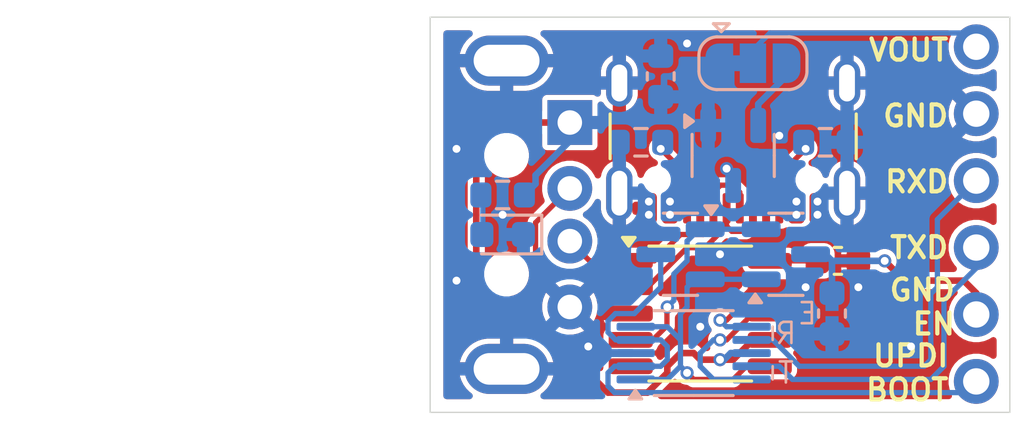
<source format=kicad_pcb>
(kicad_pcb (version 20241229) (generator "pcbnew") (generator_version "9.0")
  (layers (0 "F.Cu" signal) (2 "B.Cu" signal) (13 "F.Paste" user) (15 "B.Paste" user) (5 "F.SilkS" user "F.Silkscreen") (7 "B.SilkS" user "B.Silkscreen") (1 "F.Mask" user) (3 "B.Mask" user) (25 "Edge.Cuts" user))
  (net 0 "")
  (net 1 "GND")
  (net 2 "VCC")
  (net 3 "D+")
  (net 4 "D-")
  (net 5 "V3")
  (net 6 "GND|EN")
  (net 7 "Net-(D1-A)")
  (net 9 "Net-(J2-CC1)")
  (net 11 "Net-(J2-CC2)")
  (net 12 "TXD")
  (net 13 "UPDI|BOOT")
  (net 14 "RXD")
  (net 15 "VOUT")
  (net 16 "VREG")
  (net 17 "RTS#")
  (net 18 "DTR#")
  (net 20 "_RXD")
  (net 21 "_TXD")
  (footprint "Library:USB_A_PLUG_USB-4AM103AS" (layer "F.Cu") (at 100 100 -90)
    (property "Reference" "J1" (hide yes))
    (property "Value" "USB_A" (hide yes))
    (pad "" np_thru_hole circle (at -2.25 -2.9 270) (size 0.8 0.8) (drill 1.3) (layers "*.Cu" "*.Mask"))
    (pad "" np_thru_hole circle (at 2.25 -2.9 270) (size 0.8 0.8) (drill 1.3) (layers "*.Cu" "*.Mask"))
    (pad "1" thru_hole rect (at -3.5 -5.3 270) (size 1.7 1.7) (drill 0.93) (layers "*.Cu" "*.Mask") (net 2 "VCC"))
    (pad "2" thru_hole circle (at -1 -5.3 270) (size 1.7 1.7) (drill 0.93) (layers "*.Cu" "*.Mask") (net 4 "D-"))
    (pad "3" thru_hole circle (at 1 -5.3 270) (size 1.7 1.7) (drill 0.93) (layers "*.Cu" "*.Mask") (net 3 "D+"))
    (pad "4" thru_hole circle (at 3.5 -5.3 270) (size 1.7 1.7) (drill 0.93) (layers "*.Cu" "*.Mask") (net 1 "GND"))
    (pad "5" thru_hole oval (at -5.85 -2.9 270) (size 1.9 3.2) (drill oval 1.2 2.5) (layers "*.Cu" "*.Mask") (net 1 "GND"))
    (pad "5" thru_hole oval (at 5.85 -2.9 270) (size 1.9 3.2) (drill oval 1.2 2.5) (layers "*.Cu" "*.Mask") (net 1 "GND"))
  )
  (footprint "Capacitor_SMD:C_0603_1608Metric" (layer "F.Cu") (at 115.475 101.75)
    (property "Reference" "C2" (hide yes))
    (property "Value" "0u1" (hide yes))
    (fp_line (start -0.14058 -0.51) (end 0.14058 -0.51) (stroke (width 0.12)) (layer "F.SilkS"))
    (fp_line (start -0.14058 0.51) (end 0.14058 0.51) (stroke (width 0.12)) (layer "F.SilkS"))
    (pad "1" smd roundrect (at -0.775 0) (size 0.9 0.95) (layers "F.Cu" "F.Mask" "F.Paste") (net 5 "V3"))
    (pad "2" smd roundrect (at 0.775 0) (size 0.9 0.95) (layers "F.Cu" "F.Mask" "F.Paste") (net 1 "GND"))
  )
  (footprint "Package_SO:SSOP-10-1EP_3.9x4.9mm_P1mm_EP2.1x3.3mm" (layer "F.Cu") (at 110.25 103.75)
    (property "Reference" "U1" (hide yes))
    (property "Value" "CH340K" (hide yes))
    (fp_line (start 0 -2.56) (end -1.95 -2.56) (stroke (width 0.12)) (layer "F.SilkS"))
    (fp_line (start 0 -2.56) (end 1.95 -2.56) (stroke (width 0.12)) (layer "F.SilkS"))
    (fp_line (start 0 2.56) (end -1.95 2.56) (stroke (width 0.12)) (layer "F.SilkS"))
    (fp_line (start 0 2.56) (end 1.95 2.56) (stroke (width 0.12)) (layer "F.SilkS"))
    (fp_poly (pts (xy -2.7125 -2.56) (xy -2.9525 -2.89) (xy -2.4725 -2.89)) (stroke (width 0.12)) (fill yes) (layer "F.SilkS"))
    (pad "1" smd roundrect (at -2.6375 -2) (size 1.675 0.6) (layers "F.Cu" "F.Mask" "F.Paste") (net 3 "D+"))
    (pad "2" smd roundrect (at -2.6375 -1) (size 1.675 0.6) (layers "F.Cu" "F.Mask" "F.Paste") (net 4 "D-"))
    (pad "3" smd roundrect (at -2.6375 0) (size 1.675 0.6) (layers "F.Cu" "F.Mask" "F.Paste") (net 1 "GND"))
    (pad "4" smd roundrect (at -2.6375 1) (size 1.675 0.6) (layers "F.Cu" "F.Mask" "F.Paste") (net 18 "DTR#"))
    (pad "5" smd roundrect (at -2.6375 2) (size 1.675 0.6) (layers "F.Cu" "F.Mask" "F.Paste"))
    (pad "6" smd roundrect (at 2.6375 2) (size 1.675 0.6) (layers "F.Cu" "F.Mask" "F.Paste") (net 17 "RTS#"))
    (pad "7" smd roundrect (at 2.6375 1) (size 1.675 0.6) (layers "F.Cu" "F.Mask" "F.Paste") (net 2 "VCC"))
    (pad "8" smd roundrect (at 2.6375 0) (size 1.675 0.6) (layers "F.Cu" "F.Mask" "F.Paste") (net 21 "_TXD"))
    (pad "9" smd roundrect (at 2.6375 -1) (size 1.675 0.6) (layers "F.Cu" "F.Mask" "F.Paste") (net 20 "_RXD"))
    (pad "10" smd roundrect (at 2.6375 -2) (size 1.675 0.6) (layers "F.Cu" "F.Mask" "F.Paste") (net 5 "V3"))
  )
  (footprint "Connector_PinSocket_2.54mm:PinSocket_1x06_P2.54mm_Vertical" (layer "F.Cu") (at 120.725 106.325 180)
    (property "Reference" "J3" (hide yes))
    (property "Value" "OUT" (hide yes))
    (pad "1" thru_hole circle (at 0 0 180) (size 1.7 1.7) (drill 1) (layers "*.Cu" "*.Mask") (net 13 "UPDI|BOOT"))
    (pad "2" thru_hole circle (at 0 2.54 180) (size 1.7 1.7) (drill 1) (layers "*.Cu" "*.Mask") (net 6 "GND|EN"))
    (pad "3" thru_hole circle (at 0 5.08 180) (size 1.7 1.7) (drill 1) (layers "*.Cu" "*.Mask") (net 12 "TXD"))
    (pad "4" thru_hole circle (at 0 7.62 180) (size 1.7 1.7) (drill 1) (layers "*.Cu" "*.Mask") (net 14 "RXD"))
    (pad "5" thru_hole circle (at 0 10.16 180) (size 1.7 1.7) (drill 1) (layers "*.Cu" "*.Mask") (net 1 "GND"))
    (pad "6" thru_hole circle (at 0 12.7 180) (size 1.7 1.7) (drill 1) (layers "*.Cu" "*.Mask") (net 15 "VOUT"))
  )
  (footprint "Connector_USB:USB_C_Receptacle_GCT_USB4105-xx-A_16P_TopMnt_Horizontal" (layer "F.Cu") (at 111.5 96.075 180)
    (property "Reference" "J2" (hide yes))
    (property "Value" "USB_C_Receptacle_USB2.0_16P" (hide yes))
    (fp_line (start 4.67 -0.1) (end 4.67 -1.8) (stroke (width 0.12)) (layer "F.SilkS"))
    (fp_line (start -4.67 -0.1) (end -4.67 -1.8) (stroke (width 0.12)) (layer "F.SilkS"))
    (pad "" np_thru_hole circle (at -2.89 -2.605 180) (size 0.65 0.65) (drill 0.65) (layers "*.Cu" "*.Mask"))
    (pad "" np_thru_hole circle (at 2.89 -2.605 180) (size 0.65 0.65) (drill 0.65) (layers "*.Cu" "*.Mask"))
    (pad "A1" smd roundrect (at -3.2 -3.68 180) (size 0.6 1.15) (layers "F.Cu" "F.Mask" "F.Paste") (net 1 "GND"))
    (pad "A4" smd roundrect (at -2.4 -3.68 180) (size 0.6 1.15) (layers "F.Cu" "F.Mask" "F.Paste") (net 2 "VCC"))
    (pad "A5" smd roundrect (at -1.25 -3.68 180) (size 0.3 1.15) (layers "F.Cu" "F.Mask" "F.Paste") (net 9 "Net-(J2-CC1)"))
    (pad "A6" smd roundrect (at -0.25 -3.68 180) (size 0.3 1.15) (layers "F.Cu" "F.Mask" "F.Paste") (net 3 "D+"))
    (pad "A7" smd roundrect (at 0.25 -3.68 180) (size 0.3 1.15) (layers "F.Cu" "F.Mask" "F.Paste") (net 4 "D-"))
    (pad "A8" smd roundrect (at 1.25 -3.68 180) (size 0.3 1.15) (layers "F.Cu" "F.Mask" "F.Paste"))
    (pad "A9" smd roundrect (at 2.4 -3.68 180) (size 0.6 1.15) (layers "F.Cu" "F.Mask" "F.Paste") (net 2 "VCC"))
    (pad "A12" smd roundrect (at 3.2 -3.68 180) (size 0.6 1.15) (layers "F.Cu" "F.Mask" "F.Paste") (net 1 "GND"))
    (pad "B1" smd roundrect (at 3.2 -3.68 180) (size 0.6 1.15) (layers "F.Cu" "F.Mask" "F.Paste") (net 1 "GND"))
    (pad "B4" smd roundrect (at 2.4 -3.68 180) (size 0.6 1.15) (layers "F.Cu" "F.Mask" "F.Paste") (net 2 "VCC"))
    (pad "B5" smd roundrect (at 1.75 -3.68 180) (size 0.3 1.15) (layers "F.Cu" "F.Mask" "F.Paste") (net 11 "Net-(J2-CC2)"))
    (pad "B6" smd roundrect (at 0.75 -3.68 180) (size 0.3 1.15) (layers "F.Cu" "F.Mask" "F.Paste") (net 3 "D+"))
    (pad "B7" smd roundrect (at -0.75 -3.68 180) (size 0.3 1.15) (layers "F.Cu" "F.Mask" "F.Paste") (net 4 "D-"))
    (pad "B8" smd roundrect (at -1.75 -3.68 180) (size 0.3 1.15) (layers "F.Cu" "F.Mask" "F.Paste"))
    (pad "B9" smd roundrect (at -2.4 -3.68 180) (size 0.6 1.15) (layers "F.Cu" "F.Mask" "F.Paste") (net 2 "VCC"))
    (pad "B12" smd roundrect (at -3.2 -3.68 180) (size 0.6 1.15) (layers "F.Cu" "F.Mask" "F.Paste") (net 1 "GND"))
    (pad "S1" thru_hole oval (at -4.32 -3.105 180) (size 1 2.1) (drill oval 0.6 1.7) (property pad_prop_heatsink) (layers "*.Cu" "*.Mask" "F.Paste") (net 1 "GND"))
    (pad "S1" thru_hole oval (at -4.32 1.075 180) (size 1 1.8) (drill oval 0.6 1.4) (property pad_prop_heatsink) (layers "*.Cu" "*.Mask" "F.Paste") (net 1 "GND"))
    (pad "S1" thru_hole oval (at 4.32 -3.105 180) (size 1 2.1) (drill oval 0.6 1.7) (property pad_prop_heatsink) (layers "*.Cu" "*.Mask" "F.Paste") (net 1 "GND"))
    (pad "S1" thru_hole oval (at 4.32 1.075 180) (size 1 1.8) (drill oval 0.6 1.4) (property pad_prop_heatsink) (layers "*.Cu" "*.Mask" "F.Paste") (net 1 "GND"))
  )
  (footprint "Jumper:SolderJumper-3_P1.3mm_Bridged12_RoundedPad1.0x1.5mm" (layer "B.Cu") (at 112.25 94.25)
    (property "Reference" "JP3" (hide yes))
    (property "Value" "VOUT" (hide yes))
    (fp_poly (pts (xy -0.9 0.3) (xy -0.4 0.3) (xy -0.4 -0.3) (xy -0.9 -0.3)) (fill yes) (layer "B.Cu"))
    (fp_line (start -2.05 -0.3) (end -2.05 0.3) (stroke (width 0.12)) (layer "B.SilkS"))
    (fp_line (start -1.5 -1.5) (end -0.9 -1.5) (stroke (width 0.12)) (layer "B.SilkS"))
    (fp_line (start -1.4 1) (end 1.4 1) (stroke (width 0.12)) (layer "B.SilkS"))
    (fp_line (start -1.2 -1.2) (end -1.5 -1.5) (stroke (width 0.12)) (layer "B.SilkS"))
    (fp_line (start -1.2 -1.2) (end -0.9 -1.5) (stroke (width 0.12)) (layer "B.SilkS"))
    (fp_line (start 1.4 -1) (end -1.4 -1) (stroke (width 0.12)) (layer "B.SilkS"))
    (fp_line (start 2.05 0.3) (end 2.05 -0.3) (stroke (width 0.12)) (layer "B.SilkS"))
    (fp_arc (start -2.05 -0.3) (mid -1.844975 -0.794975) (end -1.35 -1) (stroke (width 0.12)) (layer "B.SilkS"))
    (fp_arc (start -1.35 1) (mid -1.844975 0.794975) (end -2.05 0.3) (stroke (width 0.12)) (layer "B.SilkS"))
    (fp_arc (start 1.35 -1) (mid 1.844975 -0.794975) (end 2.05 -0.3) (stroke (width 0.12)) (layer "B.SilkS"))
    (fp_arc (start 2.05 0.3) (mid 1.844975 0.794975) (end 1.35 1) (stroke (width 0.12)) (layer "B.SilkS"))
    (pad "1" smd custom (at -1.3 0) (size 1 0.5) (layers "B.Cu" "B.Mask") (net 2 "VCC") (options (clearance outline) (anchor rect)) (primitives (gr_circle (center 0 -0.25) (end 0.5 -0.25) (width 0) (fill yes)) (gr_circle (center 0 0.25) (end 0.5 0.25) (width 0) (fill yes)) (gr_poly (pts (xy 0.55 -0.75) (xy 0 -0.75) (xy 0 0.75) (xy 0.55 0.75)) (width 0) (fill yes))))
    (pad "2" smd rect (at 0 0) (size 1 1.5) (layers "B.Cu" "B.Mask") (net 15 "VOUT"))
    (pad "3" smd custom (at 1.3 0) (size 1 0.5) (layers "B.Cu" "B.Mask") (net 16 "VREG") (options (clearance outline) (anchor rect)) (primitives (gr_circle (center 0 -0.25) (end 0.5 -0.25) (width 0) (fill yes)) (gr_circle (center 0 0.25) (end 0.5 0.25) (width 0) (fill yes)) (gr_poly (pts (xy 0 -0.75) (xy -0.55 -0.75) (xy -0.55 0.75) (xy 0 0.75)) (width 0) (fill yes))))
  )
  (footprint "LED_SMD:LED_0603_1608Metric" (layer "B.Cu") (at 102.75 100.75 180)
    (property "Reference" "D1" (hide yes))
    (property "Value" "POWER" (hide yes))
    (fp_line (start 0.8 0.735) (end -1.485 0.735) (stroke (width 0.12)) (layer "B.SilkS"))
    (fp_line (start -1.485 0.735) (end -1.485 -0.735) (stroke (width 0.12)) (layer "B.SilkS"))
    (fp_line (start -1.485 -0.735) (end 0.8 -0.735) (stroke (width 0.12)) (layer "B.SilkS"))
    (pad "1" smd roundrect (at -0.7875 0 180) (size 0.875 0.95) (layers "B.Cu" "B.Mask" "B.Paste") (net 1 "GND"))
    (pad "2" smd roundrect (at 0.7875 0 180) (size 0.875 0.95) (layers "B.Cu" "B.Mask" "B.Paste") (net 7 "Net-(D1-A)"))
  )
  (footprint "Capacitor_SMD:C_0603_1608Metric" (layer "B.Cu") (at 115.25 103.75 -90)
    (property "Reference" "C3" (hide yes))
    (property "Value" "0u1_short" (hide yes))
    (fp_rect (start -0.35 0.25) (end -0.1 -0.25) (fill yes) (layer "B.Cu"))
    (fp_rect (start 0.1 0.25) (end 0.354351 -0.25) (fill yes) (layer "B.Cu"))
    (fp_line (start -0.14058 0.51) (end 0.14058 0.51) (stroke (width 0.12)) (layer "B.SilkS"))
    (fp_line (start -0.14058 -0.51) (end 0.14058 -0.51) (stroke (width 0.12)) (layer "B.SilkS"))
    (fp_text user "E" (at 0 0.51 0) (layer "B.SilkS") (effects (font (size 0.8 0.8) (thickness 0.1)) (justify left mirror)))
    (pad "1" smd roundrect (at -0.775 0 270) (size 0.9 0.95) (layers "B.Cu" "B.Mask" "B.Paste") (net 6 "GND|EN"))
    (pad "2" smd roundrect (at 0.775 0 270) (size 0.9 0.95) (layers "B.Cu" "B.Mask" "B.Paste") (net 1 "GND"))
  )
  (footprint "Package_TO_SOT_SMD:SOT-23" (layer "B.Cu") (at 113.5 101.5)
    (property "Reference" "Q1" (hide yes))
    (property "Value" "BSS138" (hide yes))
    (fp_line (start 0 -1.56) (end -0.65 -1.56) (stroke (width 0.12)) (layer "B.SilkS"))
    (fp_line (start 0 -1.56) (end 0.65 -1.56) (stroke (width 0.12)) (layer "B.SilkS"))
    (fp_line (start 0 1.56) (end -0.65 1.56) (stroke (width 0.12)) (layer "B.SilkS"))
    (fp_line (start 0 1.56) (end 0.65 1.56) (stroke (width 0.12)) (layer "B.SilkS"))
    (fp_poly (pts (xy -1.1625 1.51) (xy -1.4025 1.84) (xy -0.9225 1.84)) (stroke (width 0.12)) (fill yes) (layer "B.SilkS"))
    (pad "1" smd roundrect (at -0.9375 0.95) (size 1.475 0.6) (layers "B.Cu" "B.Mask" "B.Paste") (net 17 "RTS#"))
    (pad "2" smd roundrect (at -0.9375 -0.95) (size 1.475 0.6) (layers "B.Cu" "B.Mask" "B.Paste") (net 18 "DTR#"))
    (pad "3" smd roundrect (at 0.9375 0) (size 1.475 0.6) (layers "B.Cu" "B.Mask" "B.Paste") (net 6 "GND|EN"))
  )
  (footprint "Resistor_SMD:R_0603_1608Metric" (layer "B.Cu") (at 115 97.25)
    (property "Reference" "R1" (hide yes))
    (property "Value" "5k1" (hide yes))
    (fp_line (start -0.237258 -0.5225) (end 0.237258 -0.5225) (stroke (width 0.12)) (layer "B.SilkS"))
    (fp_line (start -0.237258 0.5225) (end 0.237258 0.5225) (stroke (width 0.12)) (layer "B.SilkS"))
    (pad "1" smd roundrect (at -0.825 0) (size 0.8 0.95) (layers "B.Cu" "B.Mask" "B.Paste") (net 9 "Net-(J2-CC1)"))
    (pad "2" smd roundrect (at 0.825 0) (size 0.8 0.95) (layers "B.Cu" "B.Mask" "B.Paste") (net 1 "GND"))
  )
  (footprint "Package_TO_SOT_SMD:SOT-23" (layer "B.Cu") (at 109.5 101.5 180)
    (property "Reference" "Q2" (hide yes))
    (property "Value" "BSS138" (hide yes))
    (fp_line (start 0 1.56) (end 0.65 1.56) (stroke (width 0.12)) (layer "B.SilkS"))
    (fp_line (start 0 1.56) (end -0.65 1.56) (stroke (width 0.12)) (layer "B.SilkS"))
    (fp_line (start 0 -1.56) (end 0.65 -1.56) (stroke (width 0.12)) (layer "B.SilkS"))
    (fp_line (start 0 -1.56) (end -0.65 -1.56) (stroke (width 0.12)) (layer "B.SilkS"))
    (fp_poly (pts (xy -1.1625 1.51) (xy -1.4025 1.84) (xy -0.9225 1.84)) (stroke (width 0.12)) (fill yes) (layer "B.SilkS"))
    (pad "1" smd roundrect (at -0.9375 0.95 180) (size 1.475 0.6) (layers "B.Cu" "B.Mask" "B.Paste") (net 18 "DTR#"))
    (pad "2" smd roundrect (at -0.9375 -0.95 180) (size 1.475 0.6) (layers "B.Cu" "B.Mask" "B.Paste") (net 17 "RTS#"))
    (pad "3" smd roundrect (at 0.9375 0 180) (size 1.475 0.6) (layers "B.Cu" "B.Mask" "B.Paste") (net 13 "UPDI|BOOT"))
  )
  (footprint "Package_SO:VSSOP-10_3x3mm_P0.5mm" (layer "B.Cu") (at 110 105.25)
    (property "Reference" "U2" (hide yes))
    (property "Value" "TS5A23159DGS" (hide yes))
    (fp_line (start 0 -1.61) (end -1.5 -1.61) (stroke (width 0.12)) (layer "B.SilkS"))
    (fp_line (start 0 -1.61) (end 1.5 -1.61) (stroke (width 0.12)) (layer "B.SilkS"))
    (fp_line (start 0 1.61) (end -1.5 1.61) (stroke (width 0.12)) (layer "B.SilkS"))
    (fp_line (start 0 1.61) (end 1.5 1.61) (stroke (width 0.12)) (layer "B.SilkS"))
    (fp_line (start 3 -0.5) (end 3 -1) (stroke (width 0.1)) (layer "B.SilkS"))
    (fp_line (start 3 1) (end 3 0.5) (stroke (width 0.1)) (layer "B.SilkS"))
    (fp_poly (pts (xy -2.2125 1.41) (xy -2.4525 1.74) (xy -1.9725 1.74)) (stroke (width 0.12)) (fill yes) (layer "B.SilkS"))
    (fp_text user "T" (at 3.5 0.75 0) (layer "B.SilkS") (effects (font (size 0.8 0.8) (thickness 0.1)) (justify mirror)))
    (fp_text user "R" (at 3.5 -0.75 0) (layer "B.SilkS") (effects (font (size 0.8 0.8) (thickness 0.1)) (justify mirror)))
    (pad "1" smd roundrect (at -2.2 1) (size 1.45 0.3) (layers "B.Cu" "B.Mask" "B.Paste") (net 17 "RTS#"))
    (pad "2" smd roundrect (at -2.2 0.5) (size 1.45 0.3) (layers "B.Cu" "B.Mask" "B.Paste") (net 13 "UPDI|BOOT"))
    (pad "3" smd roundrect (at -2.2 0) (size 1.45 0.3) (layers "B.Cu" "B.Mask" "B.Paste") (net 1 "GND"))
    (pad "4" smd roundrect (at -2.2 -0.5) (size 1.45 0.3) (layers "B.Cu" "B.Mask" "B.Paste") (net 13 "UPDI|BOOT"))
    (pad "5" smd roundrect (at -2.2 -1) (size 1.45 0.3) (layers "B.Cu" "B.Mask" "B.Paste") (net 17 "RTS#"))
    (pad "6" smd roundrect (at 2.2 -1) (size 1.45 0.3) (layers "B.Cu" "B.Mask" "B.Paste") (net 20 "_RXD"))
    (pad "7" smd roundrect (at 2.2 -0.5) (size 1.45 0.3) (layers "B.Cu" "B.Mask" "B.Paste") (net 14 "RXD"))
    (pad "8" smd roundrect (at 2.2 0) (size 1.45 0.3) (layers "B.Cu" "B.Mask" "B.Paste") (net 2 "VCC"))
    (pad "9" smd roundrect (at 2.2 0.5) (size 1.45 0.3) (layers "B.Cu" "B.Mask" "B.Paste") (net 12 "TXD"))
    (pad "10" smd roundrect (at 2.2 1) (size 1.45 0.3) (layers "B.Cu" "B.Mask" "B.Paste") (net 21 "_TXD"))
  )
  (footprint "Resistor_SMD:R_0603_1608Metric" (layer "B.Cu") (at 102.75 99.25 180)
    (property "Reference" "R3" (hide yes))
    (property "Value" "10k" (hide yes))
    (fp_line (start -0.237258 0.5225) (end 0.237258 0.5225) (stroke (width 0.12)) (layer "B.SilkS"))
    (fp_line (start -0.237258 -0.5225) (end 0.237258 -0.5225) (stroke (width 0.12)) (layer "B.SilkS"))
    (pad "1" smd roundrect (at -0.825 0 180) (size 0.8 0.95) (layers "B.Cu" "B.Mask" "B.Paste") (net 2 "VCC"))
    (pad "2" smd roundrect (at 0.825 0 180) (size 0.8 0.95) (layers "B.Cu" "B.Mask" "B.Paste") (net 7 "Net-(D1-A)"))
  )
  (footprint "Capacitor_SMD:C_0603_1608Metric" (layer "B.Cu") (at 108.75 94.75 90)
    (property "Reference" "C1" (hide yes))
    (property "Value" "0u1" (hide yes))
    (fp_line (start -0.14058 -0.51) (end 0.14058 -0.51) (stroke (width 0.12)) (layer "B.SilkS"))
    (fp_line (start -0.14058 0.51) (end 0.14058 0.51) (stroke (width 0.12)) (layer "B.SilkS"))
    (pad "1" smd roundrect (at -0.775 0 90) (size 0.9 0.95) (layers "B.Cu" "B.Mask" "B.Paste") (net 2 "VCC"))
    (pad "2" smd roundrect (at 0.775 0 90) (size 0.9 0.95) (layers "B.Cu" "B.Mask" "B.Paste") (net 1 "GND"))
  )
  (footprint "Resistor_SMD:R_0603_1608Metric" (layer "B.Cu") (at 108 97.25 180)
    (property "Reference" "R2" (hide yes))
    (property "Value" "5k1" (hide yes))
    (fp_line (start -0.237258 0.5225) (end 0.237258 0.5225) (stroke (width 0.12)) (layer "B.SilkS"))
    (fp_line (start -0.237258 -0.5225) (end 0.237258 -0.5225) (stroke (width 0.12)) (layer "B.SilkS"))
    (pad "1" smd roundrect (at -0.825 0 180) (size 0.8 0.95) (layers "B.Cu" "B.Mask" "B.Paste") (net 11 "Net-(J2-CC2)"))
    (pad "2" smd roundrect (at 0.825 0 180) (size 0.8 0.95) (layers "B.Cu" "B.Mask" "B.Paste") (net 1 "GND"))
  )
  (footprint "LOGO" (layer "B.Cu") (at 118.25 96 -90)
    (property "Reference" "G***" (hide yes))
    (property "Value" "LOGO" (hide yes))
  )
  (footprint "Package_TO_SOT_SMD:SOT-23-3" (layer "B.Cu") (at 111.5 97.75 -90)
    (property "Reference" "U3" (hide yes))
    (property "Value" "AP7333" (hide yes))
    (fp_line (start 0 1.56) (end -0.8 1.56) (stroke (width 0.12)) (layer "B.SilkS"))
    (fp_line (start 0 1.56) (end 0.8 1.56) (stroke (width 0.12)) (layer "B.SilkS"))
    (fp_line (start 0 -1.56) (end -0.8 -1.56) (stroke (width 0.12)) (layer "B.SilkS"))
    (fp_line (start 0 -1.56) (end 0.8 -1.56) (stroke (width 0.12)) (layer "B.SilkS"))
    (fp_poly (pts (xy -1.3 1.51) (xy -1.54 1.84) (xy -1.06 1.84)) (stroke (width 0.12)) (fill yes) (layer "B.SilkS"))
    (pad "1" smd roundrect (at -1.1375 0.95 270) (size 1.325 0.6) (layers "B.Cu" "B.Mask" "B.Paste") (net 2 "VCC"))
    (pad "2" smd roundrect (at -1.1375 -0.95 270) (size 1.325 0.6) (layers "B.Cu" "B.Mask" "B.Paste") (net 16 "VREG"))
    (pad "3" smd roundrect (at 1.1375 0 270) (size 1.325 0.6) (layers "B.Cu" "B.Mask" "B.Paste") (net 1 "GND"))
  )
  (gr_line (start 122 92.5) (end 122 107.5) (stroke (width 0.05)) (layer "Edge.Cuts"))
  (gr_line (start 100 107.5) (end 122 107.5) (stroke (width 0.05)) (layer "Edge.Cuts"))
  (gr_line (start 100 92.5) (end 100 107.5) (stroke (width 0.05)) (layer "Edge.Cuts"))
  (gr_line (start 100 92.5) (end 122 92.5) (stroke (width 0.05)) (layer "Edge.Cuts"))
  (gr_text "GND" (at 119.75 96.25 0) (layer "F.SilkS") (effects (font (size 0.8 0.8) (thickness 0.16) (bold yes)) (justify right)))
  (gr_text "UPDI\nBOOT" (at 119.75 106 0) (layer "F.SilkS") (effects (font (size 0.8 0.8) (thickness 0.16) (bold yes)) (justify right)))
  (gr_text "VOUT" (at 119.75 93.75 0) (layer "F.SilkS") (effects (font (size 0.8 0.8) (thickness 0.16) (bold yes)) (justify right)))
  (gr_text "TXD" (at 119.75 101.25 0) (layer "F.SilkS") (effects (font (size 0.8 0.8) (thickness 0.16) (bold yes)) (justify right)))
  (gr_text "GND\nEN" (at 120 103.5 0) (layer "F.SilkS") (effects (font (size 0.8 0.8) (thickness 0.16) (bold yes)) (justify right)))
  (gr_text "RXD" (at 119.75 98.75 0) (layer "F.SilkS") (effects (font (size 0.8 0.8) (thickness 0.16) (bold yes)) (justify right)))
  (via (at 116.25 102.75) (size 0.5) (drill 0.3) (layers "F.Cu" "B.Cu") (net 1))
  (via (at 108.3 99.5) (size 0.5) (drill 0.3) (layers "F.Cu" "B.Cu") (net 1))
  (via (at 114.25 102.75) (size 0.5) (drill 0.3) (layers "F.Cu" "B.Cu") (net 1))
  (via (at 102.75 100) (size 0.5) (drill 0.3) (layers "F.Cu" "B.Cu") (net 1))
  (via (at 101 97.5) (size 0.5) (drill 0.3) (layers "F.Cu" "B.Cu") (net 1))
  (via (at 109.75 93.5) (size 0.5) (drill 0.3) (layers "F.Cu" "B.Cu") (net 1))
  (via (at 111.25 98.25) (size 0.5) (drill 0.3) (layers "F.Cu" "B.Cu") (net 1))
  (via (at 118.25 105) (size 0.5) (drill 0.3) (layers "F.Cu" "B.Cu") (net 1))
  (via (at 110.25 104.25) (size 0.5) (drill 0.3) (layers "F.Cu" "B.Cu") (net 1))
  (via (at 108.3 100) (size 0.5) (drill 0.3) (layers "F.Cu" "B.Cu") (net 1))
  (via (at 111 101.5) (size 0.5) (drill 0.3) (layers "F.Cu" "B.Cu") (net 1))
  (via (at 106 105) (size 0.5) (drill 0.3) (layers "F.Cu" "B.Cu") (net 1))
  (via (at 101 102.5) (size 0.5) (drill 0.3) (layers "F.Cu" "B.Cu") (net 1))
  (via (at 114.7 100) (size 0.5) (drill 0.3) (layers "F.Cu" "B.Cu") (net 1))
  (via (at 113.25 97) (size 0.5) (drill 0.3) (layers "F.Cu" "B.Cu") (net 1))
  (via (at 114.7 99.5) (size 0.5) (drill 0.3) (layers "F.Cu" "B.Cu") (net 1))
  (segment (start 110.25 105.5) (end 111 105.5) (width 0.25) (layer "F.Cu") (net 2))
  (segment (start 109.5 105.25) (end 110 105.25) (width 0.25) (layer "F.Cu") (net 2))
  (segment (start 111 105.5) (end 111.5 105.5) (width 0.25) (layer "F.Cu") (net 2))
  (segment (start 111.5 105.5) (end 112.25 104.75) (width 0.25) (layer "F.Cu") (net 2))
  (segment (start 109 105.75) (end 109.5 105.25) (width 0.25) (layer "F.Cu") (net 2))
  (segment (start 105.3 96.5) (end 102.75 96.5) (width 0.25) (layer "F.Cu") (net 2))
  (segment (start 106.75 106.75) (end 108.25 106.75) (width 0.25) (layer "F.Cu") (net 2))
  (segment (start 110 105.25) (end 110.25 105.5) (width 0.25) (layer "F.Cu") (net 2))
  (segment (start 108.25 106.75) (end 109 106) (width 0.25) (layer "F.Cu") (net 2))
  (segment (start 104.5 104.5) (end 106.75 106.75) (width 0.25) (layer "F.Cu") (net 2))
  (segment (start 112.25 104.75) (end 112.8875 104.75) (width 0.25) (layer "F.Cu") (net 2))
  (segment (start 102.75 96.5) (end 101.75 97.5) (width 0.25) (layer "F.Cu") (net 2))
  (segment (start 101.75 97.5) (end 101.75 102.5) (width 0.25) (layer "F.Cu") (net 2))
  (segment (start 109 106) (end 109 105.75) (width 0.25) (layer "F.Cu") (net 2))
  (segment (start 101.75 102.5) (end 103.75 104.5) (width 0.25) (layer "F.Cu") (net 2))
  (segment (start 103.75 104.5) (end 104.5 104.5) (width 0.25) (layer "F.Cu") (net 2))
  (via (at 111 105.5) (size 0.5) (drill 0.3) (layers "F.Cu" "B.Cu") (net 2))
  (via (at 113.9 99.5) (size 0.5) (drill 0.3) (layers "F.Cu" "B.Cu") (net 2))
  (via (at 109.1 100) (size 0.5) (drill 0.3) (layers "F.Cu" "B.Cu") (net 2))
  (via (at 113.9 100) (size 0.5) (drill 0.3) (layers "F.Cu" "B.Cu") (net 2))
  (via (at 109.1 99.5) (size 0.5) (drill 0.3) (layers "F.Cu" "B.Cu") (net 2))
  (segment (start 111.157294 105.5) (end 111.407294 105.25) (width 0.25) (layer "B.Cu") (net 2))
  (segment (start 111.407294 105.25) (end 112.2 105.25) (width 0.25) (layer "B.Cu") (net 2))
  (segment (start 105.3 96.5) (end 105.3 97.2) (width 0.25) (layer "B.Cu") (net 2))
  (segment (start 104 98.825) (end 103.575 99.25) (width 0.25) (layer "B.Cu") (net 2))
  (segment (start 104 98.5) (end 104 98.825) (width 0.25) (layer "B.Cu") (net 2))
  (segment (start 105.3 97.2) (end 104 98.5) (width 0.25) (layer "B.Cu") (net 2))
  (segment (start 111 105.5) (end 111.157294 105.5) (width 0.25) (layer "B.Cu") (net 2))
  (segment (start 111.017176 98.879) (end 111.482824 98.879) (width 0.2) (layer "F.Cu") (net 3))
  (segment (start 110.701 99.755) (end 110.75 99.755) (width 0.2) (layer "F.Cu") (net 3))
  (segment (start 107.6125 101.75) (end 108.5 101.75) (width 0.2) (layer "F.Cu") (net 3))
  (segment (start 106.05 101.75) (end 107.6125 101.75) (width 0.2) (layer "F.Cu") (net 3))
  (segment (start 110.75 99.755) (end 110.75 99.146176) (width 0.2) (layer "F.Cu") (net 3))
  (segment (start 111.75 99.146176) (end 111.75 99.755) (width 0.2) (layer "F.Cu") (net 3))
  (segment (start 110.363824 100.75) (end 110.701 100.412824) (width 0.2) (layer "F.Cu") (net 3))
  (segment (start 110.701 100.412824) (end 110.701 99.755) (width 0.2) (layer "F.Cu") (net 3))
  (segment (start 111.482824 98.879) (end 111.75 99.146176) (width 0.2) (layer "F.Cu") (net 3))
  (segment (start 108.5 101.75) (end 109.5 100.75) (width 0.2) (layer "F.Cu") (net 3))
  (segment (start 105.3 101) (end 106.05 101.75) (width 0.2) (layer "F.Cu") (net 3))
  (segment (start 109.5 100.75) (end 110.363824 100.75) (width 0.2) (layer "F.Cu") (net 3))
  (segment (start 110.75 99.146176) (end 111.017176 98.879) (width 0.2) (layer "F.Cu") (net 3))
  (segment (start 104 100.3) (end 105.3 99) (width 0.2) (layer "F.Cu") (net 4))
  (segment (start 107 102.75) (end 106.5 102.25) (width 0.2) (layer "F.Cu") (net 4))
  (segment (start 111.25 100.430924) (end 110.430924 101.25) (width 0.2) (layer "F.Cu") (net 4))
  (segment (start 112.25 100.363824) (end 112.25 99.755) (width 0.2) (layer "F.Cu") (net 4))
  (segment (start 107.6125 102.75) (end 107 102.75) (width 0.2) (layer "F.Cu") (net 4))
  (segment (start 111.25 99.755) (end 111.25 100.430924) (width 0.2) (layer "F.Cu") (net 4))
  (segment (start 108.25 102.75) (end 107.6125 102.75) (width 0.2) (layer "F.Cu") (net 4))
  (segment (start 111.450076 100.631) (end 111.982824 100.631) (width 0.2) (layer "F.Cu") (net 4))
  (segment (start 106.5 102.25) (end 104.75 102.25) (width 0.2) (layer "F.Cu") (net 4))
  (segment (start 109.75 101.25) (end 108.25 102.75) (width 0.2) (layer "F.Cu") (net 4))
  (segment (start 110.430924 101.25) (end 109.75 101.25) (width 0.2) (layer "F.Cu") (net 4))
  (segment (start 111.982824 100.631) (end 112.25 100.363824) (width 0.2) (layer "F.Cu") (net 4))
  (segment (start 111.25 100.430924) (end 111.450076 100.631) (width 0.2) (layer "F.Cu") (net 4))
  (segment (start 105.3 99) (end 105.55 98.75) (width 0.2) (layer "F.Cu") (net 4))
  (segment (start 104 101.5) (end 104 100.3) (width 0.2) (layer "F.Cu") (net 4))
  (segment (start 104.75 102.25) (end 104 101.5) (width 0.2) (layer "F.Cu") (net 4))
  (segment (start 114.7 101.75) (end 112.8875 101.75) (width 0.2) (layer "F.Cu") (net 5))
  (segment (start 120.25 102.5) (end 120.725 102.975) (width 0.25) (layer "F.Cu") (net 6))
  (segment (start 117.25 101.75) (end 118 102.5) (width 0.25) (layer "F.Cu") (net 6))
  (segment (start 120.725 102.975) (end 120.725 103.785) (width 0.25) (layer "F.Cu") (net 6))
  (segment (start 118 102.5) (end 120.25 102.5) (width 0.25) (layer "F.Cu") (net 6))
  (via (at 117.25 101.75) (size 0.5) (drill 0.3) (layers "F.Cu" "B.Cu") (net 6))
  (segment (start 117.25 101.75) (end 115.25 101.75) (width 0.25) (layer "B.Cu") (net 6))
  (segment (start 115 101.5) (end 115.25 101.75) (width 0.25) (layer "B.Cu") (net 6))
  (segment (start 114.4375 101.5) (end 115 101.5) (width 0.25) (layer "B.Cu") (net 6))
  (segment (start 115.25 101.75) (end 115.25 102.975) (width 0.25) (layer "B.Cu") (net 6))
  (segment (start 101.925 99.25) (end 102 99.325) (width 0.2) (layer "B.Cu") (net 7))
  (segment (start 102 99.325) (end 102 100.7125) (width 0.2) (layer "B.Cu") (net 7))
  (segment (start 102 100.7125) (end 101.9625 100.75) (width 0.2) (layer "B.Cu") (net 7))
  (segment (start 112.75 99.755) (end 112.75 99) (width 0.2) (layer "F.Cu") (net 9))
  (segment (start 112.75 99) (end 114.25 97.5) (width 0.2) (layer "F.Cu") (net 9))
  (via (at 114.25 97.5) (size 0.5) (drill 0.3) (layers "F.Cu" "B.Cu") (net 9))
  (segment (start 109.75 98.5) (end 108.75 97.5) (width 0.2) (layer "F.Cu") (net 11))
  (segment (start 109.75 99.755) (end 109.75 98.5) (width 0.2) (layer "F.Cu") (net 11))
  (via (at 108.75 97.5) (size 0.5) (drill 0.3) (layers "F.Cu" "B.Cu") (net 11))
  (segment (start 119 106.25) (end 113.75 106.25) (width 0.2) (layer "B.Cu") (net 12))
  (segment (start 120.725 102.025) (end 119.5 103.25) (width 0.2) (layer "B.Cu") (net 12))
  (segment (start 120.725 101.245) (end 120.725 102.025) (width 0.2) (layer "B.Cu") (net 12))
  (segment (start 119.5 105.75) (end 119 106.25) (width 0.2) (layer "B.Cu") (net 12))
  (segment (start 113.75 106.25) (end 113.25 105.75) (width 0.2) (layer "B.Cu") (net 12))
  (segment (start 119.5 103.25) (end 119.5 105.75) (width 0.2) (layer "B.Cu") (net 12))
  (segment (start 113.25 105.75) (end 112.2 105.75) (width 0.2) (layer "B.Cu") (net 12))
  (segment (start 107.75 103.75) (end 108.75 102.75) (width 0.2) (layer "B.Cu") (net 13))
  (segment (start 107.8 105.75) (end 108.75 105.75) (width 0.2) (layer "B.Cu") (net 13))
  (segment (start 107 106.75) (end 120.3 106.75) (width 0.2) (layer "B.Cu") (net 13))
  (segment (start 107.8 104.75) (end 107.041176 104.75) (width 0.2) (layer "B.Cu") (net 13))
  (segment (start 106.75 106.5) (end 107 106.75) (width 0.2) (layer "B.Cu") (net 13))
  (segment (start 108.75 105.75) (end 109 105.5) (width 0.2) (layer "B.Cu") (net 13))
  (segment (start 106.75 106) (end 106.75 106.5) (width 0.2) (layer "B.Cu") (net 13))
  (segment (start 109 105.5) (end 109 105) (width 0.2) (layer "B.Cu") (net 13))
  (segment (start 107.8 105.75) (end 107 105.75) (width 0.2) (layer "B.Cu") (net 13))
  (segment (start 109 105) (end 108.75 104.75) (width 0.2) (layer "B.Cu") (net 13))
  (segment (start 108.75 102.75) (end 108.75 101.6875) (width 0.2) (layer "B.Cu") (net 13))
  (segment (start 108.75 101.6875) (end 108.5625 101.5) (width 0.2) (layer "B.Cu") (net 13))
  (segment (start 108.75 104.75) (end 107.8 104.75) (width 0.2) (layer "B.Cu") (net 13))
  (segment (start 106.75 104.03125) (end 107.03125 103.75) (width 0.2) (layer "B.Cu") (net 13))
  (segment (start 107.03125 103.75) (end 107.75 103.75) (width 0.2) (layer "B.Cu") (net 13))
  (segment (start 106.75 104.458824) (end 106.75 104.03125) (width 0.2) (layer "B.Cu") (net 13))
  (segment (start 107.041176 104.75) (end 106.75 104.458824) (width 0.2) (layer "B.Cu") (net 13))
  (segment (start 120.3 106.75) (end 120.725 106.325) (width 0.2) (layer "B.Cu") (net 13))
  (segment (start 107 105.75) (end 106.75 106) (width 0.2) (layer "B.Cu") (net 13))
  (segment (start 118.75 105.75) (end 119.000055 105.499945) (width 0.2) (layer "B.Cu") (net 14))
  (segment (start 119.25 100.18) (end 120.725 98.705) (width 0.2) (layer "B.Cu") (net 14))
  (segment (start 119.25 102.750055) (end 119.25 100.18) (width 0.2) (layer "B.Cu") (net 14))
  (segment (start 119.000055 103) (end 119.25 102.750055) (width 0.2) (layer "B.Cu") (net 14))
  (segment (start 112.2 104.75) (end 113.008404 104.75) (width 0.2) (layer "B.Cu") (net 14))
  (segment (start 113.008404 104.75) (end 114.008404 105.75) (width 0.2) (layer "B.Cu") (net 14))
  (segment (start 114.008404 105.75) (end 118.75 105.75) (width 0.2) (layer "B.Cu") (net 14))
  (segment (start 119.000055 105.499945) (end 119.000055 103) (width 0.2) (layer "B.Cu") (net 14))
  (segment (start 112.25 93.75) (end 112.899 93.101) (width 0.2) (layer "B.Cu") (net 15))
  (segment (start 112.25 94.25) (end 112.25 93.75) (width 0.2) (layer "B.Cu") (net 15))
  (segment (start 120.201 93.101) (end 120.725 93.625) (width 0.2) (layer "B.Cu") (net 15))
  (segment (start 112.899 93.101) (end 120.201 93.101) (width 0.2) (layer "B.Cu") (net 15))
  (segment (start 113.55 94.25) (end 113.55 94.7) (width 0.25) (layer "B.Cu") (net 16))
  (segment (start 113.55 94.7) (end 112.45 95.8) (width 0.25) (layer "B.Cu") (net 16))
  (segment (start 112.45 95.8) (end 112.45 96.6125) (width 0.25) (layer "B.Cu") (net 16))
  (segment (start 110 106.25) (end 111.5 106.25) (width 0.2) (layer "F.Cu") (net 17))
  (segment (start 109.75 106) (end 110 106.25) (width 0.2) (layer "F.Cu") (net 17))
  (segment (start 111.5 106.25) (end 112 105.75) (width 0.2) (layer "F.Cu") (net 17))
  (segment (start 112 105.75) (end 112.8875 105.75) (width 0.2) (layer "F.Cu") (net 17))
  (via (at 109.75 106) (size 0.5) (drill 0.3) (layers "F.Cu" "B.Cu") (net 17))
  (segment (start 110.05 102.45) (end 110.4375 102.45) (width 0.2) (layer "B.Cu") (net 17))
  (segment (start 109.5 105.75) (end 109 106.25) (width 0.2) (layer "B.Cu") (net 17))
  (segment (start 109.5 104.75) (end 109.5 105.75) (width 0.2) (layer "B.Cu") (net 17))
  (segment (start 109.5 103.75) (end 109.75 103.5) (width 0.2) (layer "B.Cu") (net 17))
  (segment (start 110.4375 102.45) (end 112.5625 102.45) (width 0.2) (layer "B.Cu") (net 17))
  (segment (start 107.8 104.25) (end 109 104.25) (width 0.2) (layer "B.Cu") (net 17))
  (segment (start 109 106.25) (end 107.8 106.25) (width 0.2) (layer "B.Cu") (net 17))
  (segment (start 109.75 103.5) (end 109.75 102.75) (width 0.2) (layer "B.Cu") (net 17))
  (segment (start 109.75 102.75) (end 110.05 102.45) (width 0.2) (layer "B.Cu") (net 17))
  (segment (start 109.5 104.75) (end 109.5 103.75) (width 0.2) (layer "B.Cu") (net 17))
  (segment (start 109 104.25) (end 109.5 104.75) (width 0.2) (layer "B.Cu") (net 17))
  (segment (start 109.75 106) (end 109.5 105.75) (width 0.2) (layer "B.Cu") (net 17))
  (segment (start 108.449999 104.75) (end 107.6125 104.75) (width 0.2) (layer "F.Cu") (net 18))
  (segment (start 108.986091 104.213908) (end 108.449999 104.75) (width 0.2) (layer "F.Cu") (net 18))
  (segment (start 108.986091 103.513909) (end 108.986091 104.213908) (width 0.2) (layer "F.Cu") (net 18))
  (segment (start 109 103.5) (end 108.986091 103.513909) (width 0.2) (layer "F.Cu") (net 18))
  (via (at 109 103.5) (size 0.5) (drill 0.3) (layers "F.Cu" "B.Cu") (net 18))
  (segment (start 109.75 101) (end 110.2 100.55) (width 0.2) (layer "B.Cu") (net 18))
  (segment (start 109 103.5) (end 109.25 103.25) (width 0.2) (layer "B.Cu") (net 18))
  (segment (start 109.75 101.75) (end 109.75 101) (width 0.2) (layer "B.Cu") (net 18))
  (segment (start 109.25 102.25) (end 109.75 101.75) (width 0.2) (layer "B.Cu") (net 18))
  (segment (start 110.4375 100.55) (end 112.5625 100.55) (width 0.2) (layer "B.Cu") (net 18))
  (segment (start 109.25 103.25) (end 109.25 102.25) (width 0.2) (layer "B.Cu") (net 18))
  (segment (start 110.2 100.55) (end 110.4375 100.55) (width 0.2) (layer "B.Cu") (net 18))
  (segment (start 112.25 102.75) (end 112.8875 102.75) (width 0.2) (layer "F.Cu") (net 20))
  (segment (start 111.75 103.5) (end 111.75 103.25) (width 0.2) (layer "F.Cu") (net 20))
  (segment (start 111.75 103.25) (end 112.25 102.75) (width 0.2) (layer "F.Cu") (net 20))
  (segment (start 111.25 104) (end 111.75 103.5) (width 0.2) (layer "F.Cu") (net 20))
  (segment (start 111 104) (end 111.25 104) (width 0.2) (layer "F.Cu") (net 20))
  (via (at 111 104) (size 0.5) (drill 0.3) (layers "F.Cu" "B.Cu") (net 20))
  (segment (start 111.25 104.25) (end 112.2 104.25) (width 0.2) (layer "B.Cu") (net 20))
  (segment (start 111 104) (end 111.25 104.25) (width 0.2) (layer "B.Cu") (net 20))
  (segment (start 112.25 103.75) (end 112.8875 103.75) (width 0.2) (layer "F.Cu") (net 21))
  (segment (start 111.25 104.75) (end 112.25 103.75) (width 0.2) (layer "F.Cu") (net 21))
  (segment (start 111 104.75) (end 111.25 104.75) (width 0.2) (layer "F.Cu") (net 21))
  (via (at 111 104.75) (size 0.5) (drill 0.3) (layers "F.Cu" "B.Cu") (net 21))
  (segment (start 110.25 105.25) (end 110.25 105.75) (width 0.2) (layer "B.Cu") (net 21))
  (segment (start 111 104.75) (end 110.75 104.75) (width 0.2) (layer "B.Cu") (net 21))
  (segment (start 110.75 106.25) (end 112.2 106.25) (width 0.2) (layer "B.Cu") (net 21))
  (segment (start 110.25 105.75) (end 110.75 106.25) (width 0.2) (layer "B.Cu") (net 21))
  (segment (start 110.75 104.75) (end 110.25 105.25) (width 0.2) (layer "B.Cu") (net 21))
  (zone (net 1) (net_name "GND") (layers "F.Cu" "B.Cu") (connect_pads (clearance 0.2)) (min_thickness 0.25) (fill yes (thermal_gap 0.2) (thermal_bridge_width 0.5))
    (polygon (pts (xy 99.75 92.25) (xy 99.75 107.75) (xy 122.5 107.75) (xy 122.5 92.25)))
  )
  (zone (net 2) (net_name "VCC") (layer "B.Cu") (priority 1) (connect_pads (clearance 0.2)) (min_thickness 0.25) (fill yes (thermal_gap 0.2) (thermal_bridge_width 0.5))
    (polygon (pts (xy 112.5 94) (xy 108.75 94) (xy 108.75 95.5) (xy 104.25 95.5) (xy 104.25 97.5) (xy 108.75 97.5) (xy 108.75 100.25) (xy 114.25 100.25) (xy 114.25 97.5) (xy 112.5 97.5)))
  )
)
</source>
